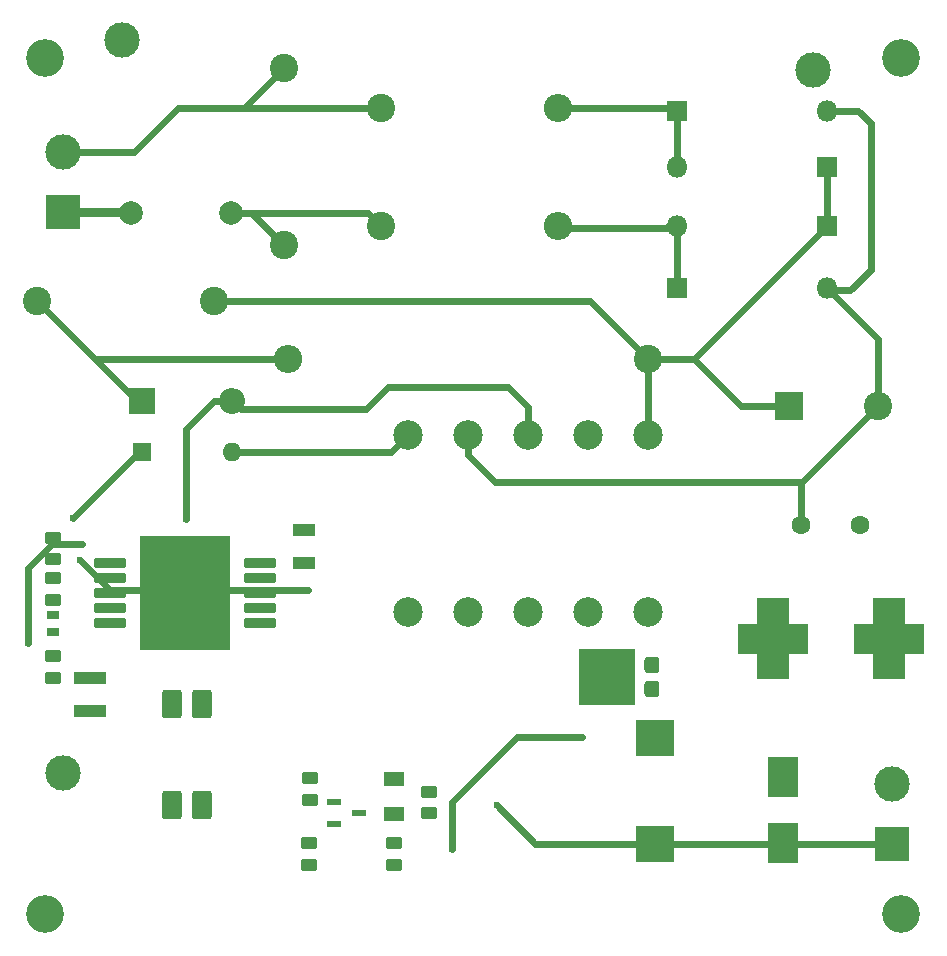
<source format=gbr>
%TF.GenerationSoftware,KiCad,Pcbnew,8.0.8*%
%TF.CreationDate,2025-03-04T11:57:41-03:00*%
%TF.ProjectId,switched_power_supply,73776974-6368-4656-945f-706f7765725f,rev?*%
%TF.SameCoordinates,Original*%
%TF.FileFunction,Soldermask,Top*%
%TF.FilePolarity,Negative*%
%FSLAX46Y46*%
G04 Gerber Fmt 4.6, Leading zero omitted, Abs format (unit mm)*
G04 Created by KiCad (PCBNEW 8.0.8) date 2025-03-04 11:57:41*
%MOMM*%
%LPD*%
G01*
G04 APERTURE LIST*
G04 Aperture macros list*
%AMRoundRect*
0 Rectangle with rounded corners*
0 $1 Rounding radius*
0 $2 $3 $4 $5 $6 $7 $8 $9 X,Y pos of 4 corners*
0 Add a 4 corners polygon primitive as box body*
4,1,4,$2,$3,$4,$5,$6,$7,$8,$9,$2,$3,0*
0 Add four circle primitives for the rounded corners*
1,1,$1+$1,$2,$3*
1,1,$1+$1,$4,$5*
1,1,$1+$1,$6,$7*
1,1,$1+$1,$8,$9*
0 Add four rect primitives between the rounded corners*
20,1,$1+$1,$2,$3,$4,$5,0*
20,1,$1+$1,$4,$5,$6,$7,0*
20,1,$1+$1,$6,$7,$8,$9,0*
20,1,$1+$1,$8,$9,$2,$3,0*%
G04 Aperture macros list end*
%ADD10R,1.800000X1.800000*%
%ADD11O,1.800000X1.800000*%
%ADD12RoundRect,0.250000X0.450000X-0.262500X0.450000X0.262500X-0.450000X0.262500X-0.450000X-0.262500X0*%
%ADD13R,2.800000X2.200000*%
%ADD14R,6.000000X2.500000*%
%ADD15RoundRect,0.250000X-0.450000X0.262500X-0.450000X-0.262500X0.450000X-0.262500X0.450000X0.262500X0*%
%ADD16C,2.500000*%
%ADD17C,3.200000*%
%ADD18R,1.250000X0.600000*%
%ADD19R,1.800000X1.150000*%
%ADD20R,3.000000X3.000000*%
%ADD21C,3.000000*%
%ADD22RoundRect,0.317500X-0.317500X0.382500X-0.317500X-0.382500X0.317500X-0.382500X0.317500X0.382500X0*%
%ADD23R,4.720000X4.800000*%
%ADD24R,0.980000X0.780000*%
%ADD25RoundRect,0.102000X1.225000X0.315000X-1.225000X0.315000X-1.225000X-0.315000X1.225000X-0.315000X0*%
%ADD26RoundRect,0.102000X3.700000X4.750000X-3.700000X4.750000X-3.700000X-4.750000X3.700000X-4.750000X0*%
%ADD27R,2.500000X3.500000*%
%ADD28RoundRect,0.210500X0.631500X-0.966500X0.631500X0.966500X-0.631500X0.966500X-0.631500X-0.966500X0*%
%ADD29C,2.400000*%
%ADD30O,2.400000X2.400000*%
%ADD31R,3.200000X3.050000*%
%ADD32R,1.600000X1.600000*%
%ADD33O,1.600000X1.600000*%
%ADD34R,1.870000X1.030000*%
%ADD35R,2.400000X2.400000*%
%ADD36R,2.200000X2.200000*%
%ADD37O,2.200000X2.200000*%
%ADD38R,2.720000X1.020000*%
%ADD39C,2.000000*%
%ADD40C,1.600000*%
%TA.AperFunction,ComponentPad*%
%ADD41R,1.800000X1.800000*%
%TD*%
%TA.AperFunction,ComponentPad*%
%ADD42O,1.800000X1.800000*%
%TD*%
%TA.AperFunction,ComponentPad*%
%ADD43C,2.500000*%
%TD*%
%TA.AperFunction,ComponentPad*%
%ADD44R,3.000000X3.000000*%
%TD*%
%TA.AperFunction,ComponentPad*%
%ADD45C,3.000000*%
%TD*%
%TA.AperFunction,ComponentPad*%
%ADD46C,2.400000*%
%TD*%
%TA.AperFunction,ComponentPad*%
%ADD47O,2.400000X2.400000*%
%TD*%
%TA.AperFunction,ComponentPad*%
%ADD48R,1.600000X1.600000*%
%TD*%
%TA.AperFunction,ComponentPad*%
%ADD49O,1.600000X1.600000*%
%TD*%
%TA.AperFunction,ComponentPad*%
%ADD50R,2.400000X2.400000*%
%TD*%
%TA.AperFunction,ComponentPad*%
%ADD51R,2.200000X2.200000*%
%TD*%
%TA.AperFunction,ComponentPad*%
%ADD52O,2.200000X2.200000*%
%TD*%
%TA.AperFunction,ComponentPad*%
%ADD53C,2.000000*%
%TD*%
%TA.AperFunction,ComponentPad*%
%ADD54C,1.600000*%
%TD*%
%TA.AperFunction,ViaPad*%
%ADD55C,0.600000*%
%TD*%
%TA.AperFunction,Conductor*%
%ADD56C,0.600000*%
%TD*%
%TA.AperFunction,Conductor*%
%ADD57C,0.800000*%
%TD*%
G04 APERTURE END LIST*
D10*
%TO.C,D1d3*%
X176700000Y-67225000D03*
D11*
X164000000Y-67225000D03*
%TD*%
D12*
%TO.C,R2*%
X111213800Y-105458900D03*
X111213800Y-103633900D03*
%TD*%
D10*
%TO.C,D1d2*%
X176700000Y-62225000D03*
D11*
X164000000Y-62225000D03*
%TD*%
D13*
%TO.C,C9*%
X182000000Y-99800000D03*
X172100000Y-99800000D03*
X182000000Y-104500000D03*
X172100000Y-104500000D03*
D14*
X172100000Y-102150000D03*
X182000000Y-102150000D03*
%TD*%
D15*
%TO.C,R8*%
X140088500Y-119461000D03*
X140088500Y-121286000D03*
%TD*%
D16*
%TO.C,T1*%
X161544000Y-99888500D03*
X156464000Y-99888500D03*
X151384000Y-99888500D03*
X146304000Y-99888500D03*
X141224000Y-99888500D03*
X141224000Y-84888500D03*
X146304000Y-84888500D03*
X151384000Y-84888500D03*
X156464000Y-84888500D03*
X161544000Y-84888500D03*
%TD*%
D17*
%TO.C,REF\u002A\u002A*%
X183000000Y-125500000D03*
%TD*%
D18*
%TO.C,U2*%
X134974500Y-115971000D03*
X134974500Y-117871000D03*
X137074500Y-116921000D03*
%TD*%
D12*
%TO.C,R5*%
X132976500Y-115801500D03*
X132976500Y-113976500D03*
%TD*%
D19*
%TO.C,C10*%
X140088500Y-114024000D03*
X140088500Y-117024000D03*
%TD*%
D10*
%TO.C,D1d1*%
X164000000Y-72500000D03*
D11*
X176700000Y-72500000D03*
%TD*%
D17*
%TO.C,REF\u002A\u002A*%
X110500000Y-125500000D03*
%TD*%
%TO.C,REF\u002A\u002A*%
X110500000Y-53000000D03*
%TD*%
D20*
%TO.C,V1*%
X112050000Y-66040000D03*
D21*
X112050000Y-60960000D03*
%TD*%
D22*
%TO.C,D4*%
X161872000Y-104370000D03*
X161872000Y-106450000D03*
D23*
X158067000Y-105410000D03*
%TD*%
D24*
%TO.C,C2*%
X111213800Y-100163400D03*
X111213800Y-101563400D03*
%TD*%
D25*
%TO.C,IC1*%
X128699800Y-100863400D03*
X128699800Y-99593400D03*
X128699800Y-98323400D03*
X128699800Y-97053400D03*
X128699800Y-95783400D03*
X116039800Y-95783400D03*
X116039800Y-97053400D03*
X116039800Y-98323400D03*
X116039800Y-99593400D03*
X116039800Y-100863400D03*
D26*
X122369800Y-98323400D03*
%TD*%
D15*
%TO.C,R1*%
X111213800Y-97029900D03*
X111213800Y-98854900D03*
%TD*%
D27*
%TO.C,C11*%
X173024800Y-119436800D03*
X173024800Y-113836800D03*
%TD*%
D28*
%TO.C,U3*%
X121262300Y-116280000D03*
X123802300Y-116280000D03*
X123802300Y-107720000D03*
X121262300Y-107720000D03*
%TD*%
D29*
%TO.C,R4*%
X161595000Y-78500000D03*
D30*
X131115000Y-78500000D03*
%TD*%
D10*
%TO.C,D1d4*%
X164000000Y-57500000D03*
D11*
X176700000Y-57500000D03*
%TD*%
D29*
%TO.C,C3*%
X130700000Y-68850000D03*
X130700000Y-53850000D03*
%TD*%
D20*
%TO.C,V2*%
X182245000Y-119507000D03*
D21*
X182245000Y-114427000D03*
%TD*%
D29*
%TO.C,C3b1*%
X124800000Y-73550000D03*
X109800000Y-73550000D03*
%TD*%
D17*
%TO.C,REF\u002A\u002A*%
X183000000Y-53000000D03*
%TD*%
D31*
%TO.C,L2*%
X162179000Y-110562000D03*
X162179000Y-119562000D03*
%TD*%
D32*
%TO.C,D2*%
X118745000Y-86360000D03*
D33*
X126365000Y-86360000D03*
%TD*%
D21*
%TO.C,REF\u002A\u002A*%
X112000000Y-113500000D03*
%TD*%
%TO.C,REF\u002A\u002A*%
X117000000Y-51500000D03*
%TD*%
D34*
%TO.C,C6*%
X132422800Y-95783400D03*
X132422800Y-92943400D03*
%TD*%
D35*
%TO.C,C7*%
X173487246Y-82500000D03*
D29*
X180987246Y-82500000D03*
%TD*%
D36*
%TO.C,D3*%
X118745000Y-82000000D03*
D37*
X126365000Y-82000000D03*
%TD*%
D12*
%TO.C,R3*%
X111213800Y-95449400D03*
X111213800Y-93624400D03*
%TD*%
%TO.C,R6*%
X132849500Y-121286000D03*
X132849500Y-119461000D03*
%TD*%
D38*
%TO.C,C4*%
X114300000Y-105450000D03*
X114300000Y-108250000D03*
%TD*%
D39*
%TO.C,F1*%
X117750000Y-66110000D03*
X126250000Y-66110000D03*
%TD*%
D21*
%TO.C,REF\u002A\u002A*%
X175500000Y-54000000D03*
%TD*%
D40*
%TO.C,C5*%
X174500000Y-92500000D03*
X179500000Y-92500000D03*
%TD*%
D29*
%TO.C,L1*%
X138975000Y-57225000D03*
D30*
X153975000Y-57225000D03*
D29*
X138975000Y-67225000D03*
D30*
X153975000Y-67225000D03*
%TD*%
D15*
%TO.C,R7*%
X143009500Y-115119500D03*
X143009500Y-116944500D03*
%TD*%
D41*
%TO.P,D1d3,1,K*%
%TO.N,/BarP*%
X176700000Y-67225000D03*
D42*
%TO.P,D1d3,2,A*%
%TO.N,Net-(D1d1-K)*%
X164000000Y-67225000D03*
%TD*%
D41*
%TO.P,D1d2,1,K*%
%TO.N,/BarP*%
X176700000Y-62225000D03*
D42*
%TO.P,D1d2,2,A*%
%TO.N,Net-(D1d2-A)*%
X164000000Y-62225000D03*
%TD*%
D43*
%TO.P,T1,1*%
%TO.N,N/C*%
X161544000Y-99888500D03*
%TO.P,T1,2,2*%
%TO.N,Net-(D4-A)*%
X156464000Y-99888500D03*
%TO.P,T1,3*%
%TO.N,N/C*%
X151384000Y-99888500D03*
%TO.P,T1,4*%
X146304000Y-99888500D03*
%TO.P,T1,5,5*%
%TO.N,Terra*%
X141224000Y-99888500D03*
%TO.P,T1,6,6*%
%TO.N,Net-(D2-A)*%
X141224000Y-84888500D03*
%TO.P,T1,7,7*%
%TO.N,GND*%
X146304000Y-84888500D03*
%TO.P,T1,8,8*%
%TO.N,/Drain*%
X151384000Y-84888500D03*
%TO.P,T1,9*%
%TO.N,N/C*%
X156464000Y-84888500D03*
%TO.P,T1,10,10*%
%TO.N,/BarP*%
X161544000Y-84888500D03*
%TD*%
D41*
%TO.P,D1d1,1,K*%
%TO.N,Net-(D1d1-K)*%
X164000000Y-72500000D03*
D42*
%TO.P,D1d1,2,A*%
%TO.N,GND*%
X176700000Y-72500000D03*
%TD*%
D44*
%TO.P,V1,1,1*%
%TO.N,Net-(F1-Pad1)*%
X112050000Y-66040000D03*
D45*
%TO.P,V1,2,2*%
%TO.N,Net-(C3-Pad2)*%
X112050000Y-60960000D03*
%TD*%
D46*
%TO.P,R4,1,1*%
%TO.N,/BarP*%
X161595000Y-78500000D03*
D47*
%TO.P,R4,2,2*%
%TO.N,Net-(D3-K)*%
X131115000Y-78500000D03*
%TD*%
D41*
%TO.P,D1d4,1,K*%
%TO.N,Net-(D1d2-A)*%
X164000000Y-57500000D03*
D42*
%TO.P,D1d4,2,A*%
%TO.N,GND*%
X176700000Y-57500000D03*
%TD*%
D46*
%TO.P,C3,1,1*%
%TO.N,Net-(C3-Pad1)*%
X130700000Y-68850000D03*
%TO.P,C3,2,2*%
%TO.N,Net-(C3-Pad2)*%
X130700000Y-53850000D03*
%TD*%
D44*
%TO.P,V2,1,1*%
%TO.N,/Vout*%
X182245000Y-119507000D03*
D45*
%TO.P,V2,2,2*%
%TO.N,Terra*%
X182245000Y-114427000D03*
%TD*%
D46*
%TO.P,C3b1,1,1*%
%TO.N,/BarP*%
X124800000Y-73550000D03*
%TO.P,C3b1,2,2*%
%TO.N,Net-(D3-K)*%
X109800000Y-73550000D03*
%TD*%
D48*
%TO.P,D2,1,K*%
%TO.N,Net-(D2-K)*%
X118745000Y-86360000D03*
D49*
%TO.P,D2,2,A*%
%TO.N,Net-(D2-A)*%
X126365000Y-86360000D03*
%TD*%
D50*
%TO.P,C7,1,1*%
%TO.N,/BarP*%
X173487246Y-82500000D03*
D46*
%TO.P,C7,2,2*%
%TO.N,GND*%
X180987246Y-82500000D03*
%TD*%
D51*
%TO.P,D3,1,K*%
%TO.N,Net-(D3-K)*%
X118745000Y-82000000D03*
D52*
%TO.P,D3,2,A*%
%TO.N,/Drain*%
X126365000Y-82000000D03*
%TD*%
D53*
%TO.P,F1,1,1*%
%TO.N,Net-(F1-Pad1)*%
X117750000Y-66110000D03*
%TO.P,F1,2,2*%
%TO.N,Net-(C3-Pad1)*%
X126250000Y-66110000D03*
%TD*%
D54*
%TO.P,C5,1,1*%
%TO.N,GND*%
X174500000Y-92500000D03*
%TO.P,C5,2,2*%
%TO.N,Terra*%
X179500000Y-92500000D03*
%TD*%
D46*
%TO.P,L1,1,1*%
%TO.N,Net-(C3-Pad2)*%
X138975000Y-57225000D03*
D47*
%TO.P,L1,2,2*%
%TO.N,Net-(D1d2-A)*%
X153975000Y-57225000D03*
D46*
%TO.P,L1,3,3*%
%TO.N,Net-(C3-Pad1)*%
X138975000Y-67225000D03*
D47*
%TO.P,L1,4,4*%
%TO.N,Net-(D1d1-K)*%
X153975000Y-67225000D03*
%TD*%
D55*
%TO.N,/Drain*%
X122400000Y-92000000D03*
%TO.N,/Cmp*%
X109054800Y-102514400D03*
X113626800Y-94132400D03*
%TO.N,/Vdd*%
X132803800Y-98069400D03*
X113499800Y-95529400D03*
%TO.N,Net-(D2-K)*%
X112900000Y-91950000D03*
%TO.N,Net-(D4-K)*%
X145000000Y-120000000D03*
X156000000Y-110500000D03*
%TO.N,/Vout*%
X148750000Y-116250000D03*
%TD*%
D56*
%TO.N,Net-(D1d1-K)*%
X163050000Y-67400000D02*
X153975000Y-67400000D01*
X164000000Y-67225000D02*
X163225000Y-67225000D01*
X163225000Y-67225000D02*
X163050000Y-67400000D01*
X164000000Y-72500000D02*
X164000000Y-67225000D01*
%TO.N,GND*%
X180987246Y-82500000D02*
X174604746Y-88882500D01*
X176700000Y-72500000D02*
X180987246Y-76787246D01*
X173480000Y-88882500D02*
X148612500Y-88882500D01*
X174500000Y-88882500D02*
X174500000Y-92500000D01*
X176850000Y-72650000D02*
X178675000Y-72650000D01*
X146304000Y-86574000D02*
X146304000Y-84888500D01*
X179375000Y-57500000D02*
X176700000Y-57500000D01*
X180400000Y-70925000D02*
X180400000Y-58525000D01*
X148612500Y-88882500D02*
X146304000Y-86574000D01*
X176700000Y-72500000D02*
X176850000Y-72650000D01*
X173480000Y-88882500D02*
X174500000Y-88882500D01*
X180987246Y-76787246D02*
X180987246Y-81375254D01*
X174604746Y-88882500D02*
X173480000Y-88882500D01*
X180400000Y-58525000D02*
X179375000Y-57500000D01*
X178675000Y-72650000D02*
X180400000Y-70925000D01*
%TO.N,/BarP*%
X161595000Y-78500000D02*
X165425000Y-78500000D01*
X165425000Y-78500000D02*
X176700000Y-67225000D01*
X169425000Y-82500000D02*
X165425000Y-78500000D01*
X176700000Y-62225000D02*
X176700000Y-67225000D01*
X173487246Y-82500000D02*
X169425000Y-82500000D01*
X156645000Y-73550000D02*
X161595000Y-78500000D01*
X124800000Y-73550000D02*
X156645000Y-73550000D01*
X161595000Y-83896000D02*
X161595000Y-78500000D01*
X161507500Y-78500000D02*
X161507500Y-77855000D01*
X161507500Y-78500000D02*
X161507500Y-78000000D01*
X161544000Y-83947000D02*
X161595000Y-83896000D01*
%TO.N,Net-(D1d2-A)*%
X164500000Y-57000000D02*
X164000000Y-57500000D01*
X163725000Y-57225000D02*
X154150000Y-57225000D01*
X164000000Y-57500000D02*
X163725000Y-57225000D01*
X154150000Y-57225000D02*
X153975000Y-57400000D01*
X164000000Y-57500000D02*
X164000000Y-62225000D01*
%TO.N,Net-(D3-K)*%
X114750000Y-78500000D02*
X131115000Y-78500000D01*
X109800000Y-73550000D02*
X114750000Y-78500000D01*
X131150000Y-78535000D02*
X131115000Y-78500000D01*
X117530000Y-81280000D02*
X118745000Y-81280000D01*
X117125000Y-80875000D02*
X117530000Y-81280000D01*
X114750000Y-78500000D02*
X117125000Y-80875000D01*
X118250000Y-82000000D02*
X118745000Y-82000000D01*
X117125000Y-80875000D02*
X118250000Y-82000000D01*
%TO.N,/Drain*%
X137692468Y-82692467D02*
X139546435Y-80838500D01*
X149698500Y-80838500D02*
X151384000Y-82524000D01*
X126365000Y-82000000D02*
X127057467Y-82692467D01*
X127057467Y-82692467D02*
X137692468Y-82692467D01*
X124809366Y-82000000D02*
X122400000Y-84409366D01*
X126365000Y-82000000D02*
X124809366Y-82000000D01*
X139546435Y-80838500D02*
X149698500Y-80838500D01*
X126365000Y-81280000D02*
X126835000Y-81750000D01*
X151384000Y-82524000D02*
X151384000Y-84888500D01*
X122400000Y-84409366D02*
X122400000Y-92000000D01*
%TO.N,/Cmp*%
X109054800Y-102514400D02*
X109054800Y-96164400D01*
X111086800Y-94132400D02*
X113626800Y-94132400D01*
X109054800Y-96164400D02*
X111086800Y-94132400D01*
%TO.N,/Vdd*%
X132803800Y-98069400D02*
X116039800Y-98069400D01*
X116039800Y-98069400D02*
X113499800Y-95529400D01*
D57*
%TO.N,Terra*%
X141224000Y-100024000D02*
X141224000Y-99888500D01*
D56*
%TO.N,Net-(D2-K)*%
X118490000Y-86360000D02*
X118745000Y-86360000D01*
X112900000Y-91950000D02*
X118490000Y-86360000D01*
%TO.N,Net-(C3-Pad1)*%
X137860000Y-66110000D02*
X138975000Y-67225000D01*
X127960000Y-66110000D02*
X130700000Y-68850000D01*
X126250000Y-66110000D02*
X137860000Y-66110000D01*
X126250000Y-66110000D02*
X127960000Y-66110000D01*
X138975000Y-67225000D02*
X138975000Y-66885000D01*
%TO.N,Net-(C3-Pad2)*%
X121785000Y-57225000D02*
X118050000Y-60960000D01*
X138800000Y-57225000D02*
X121785000Y-57225000D01*
X118050000Y-60960000D02*
X112050000Y-60960000D01*
X127325000Y-57225000D02*
X121785000Y-57225000D01*
X138975000Y-57400000D02*
X138800000Y-57225000D01*
X130700000Y-53850000D02*
X127325000Y-57225000D01*
%TO.N,Net-(D4-K)*%
X145000000Y-120000000D02*
X145000000Y-116000422D01*
X145000000Y-116000422D02*
X150500422Y-110500000D01*
X150500422Y-110500000D02*
X156000000Y-110500000D01*
%TO.N,/Vout*%
X148750000Y-116250000D02*
X152007000Y-119507000D01*
X152007000Y-119507000D02*
X182245000Y-119507000D01*
%TO.N,Net-(D2-A)*%
X139752500Y-86360000D02*
X126365000Y-86360000D01*
X141224000Y-84888500D02*
X139752500Y-86360000D01*
D57*
%TO.N,Net-(F1-Pad1)*%
X112050000Y-66040000D02*
X117680000Y-66040000D01*
X117680000Y-66040000D02*
X117750000Y-66110000D01*
%TD*%
M02*

</source>
